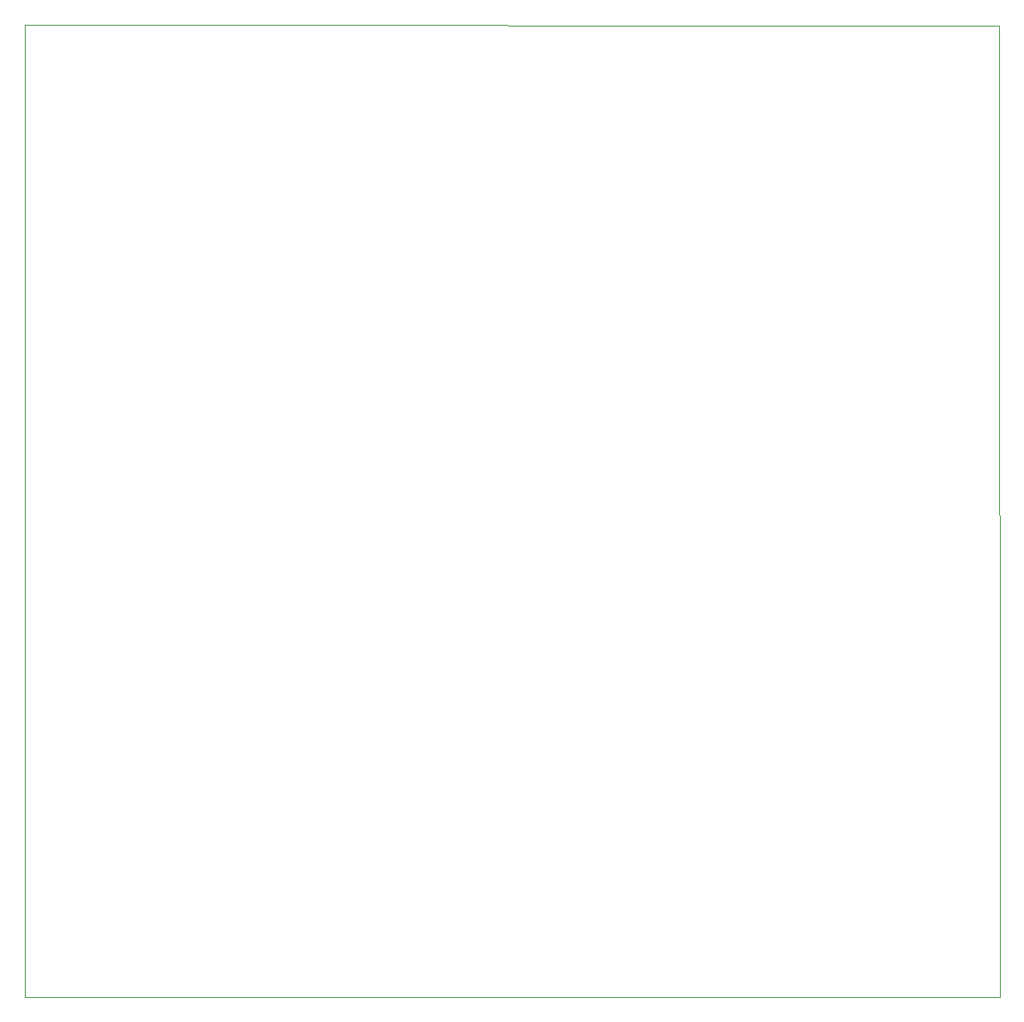
<source format=gbr>
G04 #@! TF.GenerationSoftware,KiCad,Pcbnew,(5.1.5)-3*
G04 #@! TF.CreationDate,2020-02-24T21:21:35+03:00*
G04 #@! TF.ProjectId,valveControllerPCB,76616c76-6543-46f6-9e74-726f6c6c6572,rev?*
G04 #@! TF.SameCoordinates,Original*
G04 #@! TF.FileFunction,Profile,NP*
%FSLAX46Y46*%
G04 Gerber Fmt 4.6, Leading zero omitted, Abs format (unit mm)*
G04 Created by KiCad (PCBNEW (5.1.5)-3) date 2020-02-24 21:21:35*
%MOMM*%
%LPD*%
G04 APERTURE LIST*
%ADD10C,0.100000*%
G04 APERTURE END LIST*
D10*
X73600000Y-148850000D02*
X73575000Y-52000000D01*
X73600000Y-151300000D02*
X73600000Y-148850000D01*
X173100000Y-151275000D02*
X73600000Y-151300000D01*
X173050000Y-52025000D02*
X173100000Y-151275000D01*
X73575000Y-52000000D02*
X173050000Y-52025000D01*
M02*

</source>
